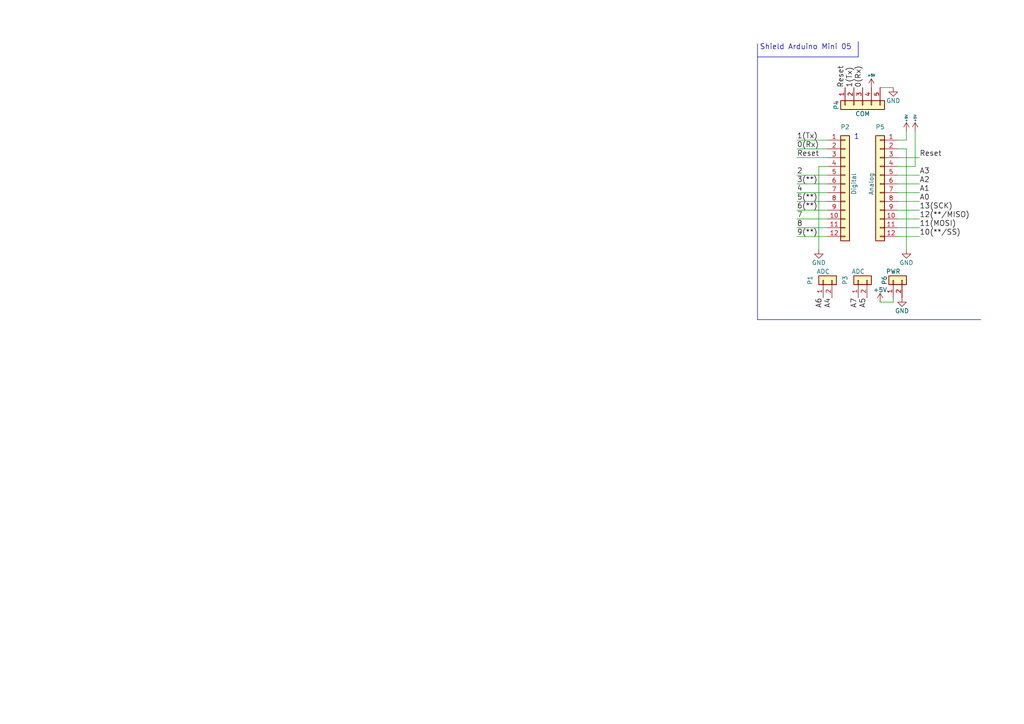
<source format=kicad_sch>
(kicad_sch (version 20230121) (generator eeschema)
  (paper "A4")
  (title_block (date "sam. 04 avril 2015"))
  (lib_symbols
    (symbol "Connector_Generic:Conn_01x02" (pin_names (offset 1.016) hide)
      (property "Reference" "J" (at 0 2.54 0))
      (property "Value" "Conn_01x02" (at 0 -5.08 0))
      (symbol "Conn_01x02_1_1"
        (rectangle (start -1.27 -2.413) (end 0 -2.667) (stroke (width 0.1524)))
        (rectangle (start -1.27 0.127) (end 0 -0.127) (stroke (width 0.1524)))
        (rectangle (start -1.27 1.27) (end 1.27 -3.81) (stroke (width 0.254)) (fill (type background)))
        (pin passive line (at -5.08 0 0) (length 3.81) (name "Pin_1") (number "1"))
        (pin passive line (at -5.08 -2.54 0) (length 3.81) (name "Pin_2") (number "2"))
      )
    )
    (symbol "Connector_Generic:Conn_01x05" (pin_names (offset 1.016) hide)
      (property "Reference" "J" (at 0 7.62 0))
      (property "Value" "Conn_01x05" (at 0 -7.62 0))
      (symbol "Conn_01x05_1_1"
        (rectangle (start -1.27 -4.953) (end 0 -5.207) (stroke (width 0.1524)))
        (rectangle (start -1.27 -2.413) (end 0 -2.667) (stroke (width 0.1524)))
        (rectangle (start -1.27 0.127) (end 0 -0.127) (stroke (width 0.1524)))
        (rectangle (start -1.27 2.667) (end 0 2.413) (stroke (width 0.1524)))
        (rectangle (start -1.27 5.207) (end 0 4.953) (stroke (width 0.1524)))
        (rectangle (start -1.27 6.35) (end 1.27 -6.35) (stroke (width 0.254)) (fill (type background)))
        (pin passive line (at -5.08 5.08 0) (length 3.81) (name "Pin_1") (number "1"))
        (pin passive line (at -5.08 2.54 0) (length 3.81) (name "Pin_2") (number "2"))
        (pin passive line (at -5.08 0 0) (length 3.81) (name "Pin_3") (number "3"))
        (pin passive line (at -5.08 -2.54 0) (length 3.81) (name "Pin_4") (number "4"))
        (pin passive line (at -5.08 -5.08 0) (length 3.81) (name "Pin_5") (number "5"))
      )
    )
    (symbol "Connector_Generic:Conn_01x12" (pin_names (offset 1.016) hide)
      (property "Reference" "J" (at 0 15.24 0))
      (property "Value" "Conn_01x12" (at 0 -17.78 0))
      (symbol "Conn_01x12_1_1"
        (rectangle (start -1.27 -15.113) (end 0 -15.367) (stroke (width 0.1524)))
        (rectangle (start -1.27 -12.573) (end 0 -12.827) (stroke (width 0.1524)))
        (rectangle (start -1.27 -10.033) (end 0 -10.287) (stroke (width 0.1524)))
        (rectangle (start -1.27 -7.493) (end 0 -7.747) (stroke (width 0.1524)))
        (rectangle (start -1.27 -4.953) (end 0 -5.207) (stroke (width 0.1524)))
        (rectangle (start -1.27 -2.413) (end 0 -2.667) (stroke (width 0.1524)))
        (rectangle (start -1.27 0.127) (end 0 -0.127) (stroke (width 0.1524)))
        (rectangle (start -1.27 2.667) (end 0 2.413) (stroke (width 0.1524)))
        (rectangle (start -1.27 5.207) (end 0 4.953) (stroke (width 0.1524)))
        (rectangle (start -1.27 7.747) (end 0 7.493) (stroke (width 0.1524)))
        (rectangle (start -1.27 10.287) (end 0 10.033) (stroke (width 0.1524)))
        (rectangle (start -1.27 12.827) (end 0 12.573) (stroke (width 0.1524)))
        (rectangle (start -1.27 13.97) (end 1.27 -16.51) (stroke (width 0.254)) (fill (type background)))
        (pin passive line (at -5.08 12.7 0) (length 3.81) (name "Pin_1") (number "1"))
        (pin passive line (at -5.08 -10.16 0) (length 3.81) (name "Pin_10") (number "10"))
        (pin passive line (at -5.08 -12.7 0) (length 3.81) (name "Pin_11") (number "11"))
        (pin passive line (at -5.08 -15.24 0) (length 3.81) (name "Pin_12") (number "12"))
        (pin passive line (at -5.08 10.16 0) (length 3.81) (name "Pin_2") (number "2"))
        (pin passive line (at -5.08 7.62 0) (length 3.81) (name "Pin_3") (number "3"))
        (pin passive line (at -5.08 5.08 0) (length 3.81) (name "Pin_4") (number "4"))
        (pin passive line (at -5.08 2.54 0) (length 3.81) (name "Pin_5") (number "5"))
        (pin passive line (at -5.08 0 0) (length 3.81) (name "Pin_6") (number "6"))
        (pin passive line (at -5.08 -2.54 0) (length 3.81) (name "Pin_7") (number "7"))
        (pin passive line (at -5.08 -5.08 0) (length 3.81) (name "Pin_8") (number "8"))
        (pin passive line (at -5.08 -7.62 0) (length 3.81) (name "Pin_9") (number "9"))
      )
    )
    (symbol "power:+5V" (power) (pin_names (offset 0))
      (property "Value" "+5V" (at 0 3.556 0))
      (symbol "+5V_0_1"
        (polyline (pts (xy -0.762 1.27) (xy 0 2.54)))
        (polyline (pts (xy 0 0) (xy 0 2.54)))
        (polyline (pts (xy 0 2.54) (xy 0.762 1.27)))
      )
      (symbol "+5V_1_1"
        (pin power_in line (at 0 0 90) (length 0) hide (name "+5V") (number "1"))
      )
    )
    (symbol "power:+9V" (power) (pin_names (offset 0))
      (property "Value" "+9V" (at 0 3.556 0))
      (symbol "+9V_0_1"
        (polyline (pts (xy -0.762 1.27) (xy 0 2.54)))
        (polyline (pts (xy 0 0) (xy 0 2.54)))
        (polyline (pts (xy 0 2.54) (xy 0.762 1.27)))
      )
      (symbol "+9V_1_1"
        (pin power_in line (at 0 0 90) (length 0) hide (name "+9V") (number "1"))
      )
    )
    (symbol "power:GND" (power) (pin_names (offset 0))
      (property "Value" "GND" (at 0 -3.81 0))
      (symbol "GND_0_1"
        (polyline (pts (xy 0 0) (xy 0 -1.27) (xy 1.27 -1.27) (xy 0 -2.54) (xy -1.27 -1.27) (xy 0 -1.27)))
      )
      (symbol "GND_1_1"
        (pin power_in line (at 0 0 270) (length 0) hide (name "GND") (number "1"))
      )
    )
  )
  (polyline (pts (xy 219.71 92.71) (xy 219.71 12.7)))
  (wire (pts (xy 231.14 60.96) (xy 240.03 60.96)))
  (wire (pts (xy 240.03 68.58) (xy 231.14 68.58)))
  (polyline (pts (xy 248.92 16.51) (xy 248.92 12.065)))
  (wire (pts (xy 231.14 43.18) (xy 240.03 43.18)))
  (wire (pts (xy 266.7 66.04) (xy 260.35 66.04)))
  (wire (pts (xy 260.35 43.18) (xy 262.89 43.18)))
  (wire (pts (xy 240.03 58.42) (xy 231.14 58.42)))
  (wire (pts (xy 260.35 40.64) (xy 262.89 40.64)))
  (wire (pts (xy 265.43 48.26) (xy 265.43 38.1)))
  (wire (pts (xy 262.89 40.64) (xy 262.89 38.1)))
  (wire (pts (xy 240.03 48.26) (xy 237.49 48.26)))
  (wire (pts (xy 231.14 50.8) (xy 240.03 50.8)))
  (wire (pts (xy 266.7 63.5) (xy 260.35 63.5)))
  (polyline (pts (xy 284.48 92.71) (xy 219.71 92.71)))
  (wire (pts (xy 231.14 66.04) (xy 240.03 66.04)))
  (wire (pts (xy 255.27 25.4) (xy 259.08 25.4)))
  (wire (pts (xy 259.08 86.36) (xy 259.08 87.63)))
  (wire (pts (xy 260.35 48.26) (xy 265.43 48.26)))
  (wire (pts (xy 262.89 43.18) (xy 262.89 72.39)))
  (wire (pts (xy 240.03 63.5) (xy 231.14 63.5)))
  (wire (pts (xy 260.35 50.8) (xy 266.7 50.8)))
  (wire (pts (xy 240.03 40.64) (xy 231.14 40.64)))
  (wire (pts (xy 266.7 45.72) (xy 260.35 45.72)))
  (polyline (pts (xy 219.71 16.51) (xy 248.92 16.51)))
  (wire (pts (xy 237.49 48.26) (xy 237.49 72.39)))
  (wire (pts (xy 266.7 55.88) (xy 260.35 55.88)))
  (wire (pts (xy 231.14 55.88) (xy 240.03 55.88)))
  (wire (pts (xy 260.35 60.96) (xy 266.7 60.96)))
  (wire (pts (xy 240.03 53.34) (xy 231.14 53.34)))
  (wire (pts (xy 259.08 87.63) (xy 255.27 87.63)))
  (wire (pts (xy 266.7 58.42) (xy 260.35 58.42)))
  (wire (pts (xy 266.7 53.34) (xy 260.35 53.34)))
  (wire (pts (xy 240.03 45.72) (xy 231.14 45.72)))
  (wire (pts (xy 266.7 68.58) (xy 260.35 68.58)))
  (text "Shield Arduino Mini 05" (at 220.345 14.605 0) (effects (font (size 1.524 1.524)) (justify left bottom)))
  (text "1" (at 247.65 40.64 0) (effects (font (size 1.524 1.524)) (justify left bottom)))
  (label "1(Tx)" (at 247.65 25.4 90) (effects (font (size 1.524 1.524))))
  (label "6(**)" (at 231.14 60.96 0) (effects (font (size 1.524 1.524))))
  (label "A1" (at 266.7 55.88 0) (effects (font (size 1.524 1.524))))
  (label "4" (at 231.14 55.88 0) (effects (font (size 1.524 1.524))))
  (label "A0" (at 266.7 58.42 0) (effects (font (size 1.524 1.524))))
  (label "7" (at 231.14 63.5 0) (effects (font (size 1.524 1.524))))
  (label "A3" (at 266.7 50.8 0) (effects (font (size 1.524 1.524))))
  (label "5(**)" (at 231.14 58.42 0) (effects (font (size 1.524 1.524))))
  (label "A6" (at 238.76 86.36 270) (effects (font (size 1.524 1.524))))
  (label "3(**)" (at 231.14 53.34 0) (effects (font (size 1.524 1.524))))
  (label "13(SCK)" (at 266.7 60.96 0) (effects (font (size 1.524 1.524))))
  (label "1(Tx)" (at 231.14 40.64 0) (effects (font (size 1.524 1.524))))
  (label "0(Rx)" (at 231.14 43.18 0) (effects (font (size 1.524 1.524))))
  (label "A5" (at 251.46 86.36 270) (effects (font (size 1.524 1.524))))
  (label "0(Rx)" (at 250.19 25.4 90) (effects (font (size 1.524 1.524))))
  (label "A2" (at 266.7 53.34 0) (effects (font (size 1.524 1.524))))
  (label "2" (at 231.14 50.8 0) (effects (font (size 1.524 1.524))))
  (label "11(MOSI)" (at 266.7 66.04 0) (effects (font (size 1.524 1.524))))
  (label "9(**)" (at 231.14 68.58 0) (effects (font (size 1.524 1.524))))
  (label "A7" (at 248.92 86.36 270) (effects (font (size 1.524 1.524))))
  (label "Reset" (at 245.11 25.4 90) (effects (font (size 1.524 1.524))))
  (label "Reset" (at 266.7 45.72 0) (effects (font (size 1.524 1.524))))
  (label "Reset" (at 231.14 45.72 0) (effects (font (size 1.524 1.524))))
  (label "10(**/SS)" (at 266.7 68.58 0) (effects (font (size 1.524 1.524))))
  (label "8" (at 231.14 66.04 0) (effects (font (size 1.524 1.524))))
  (label "12(**/MISO)" (at 266.7 63.5 0) (effects (font (size 1.524 1.524))))
  (label "A4" (at 241.3 86.36 270) (effects (font (size 1.524 1.524))))
  (symbol (lib_id "Connector_Generic:Conn_01x02") (at 238.76 81.28 90) (unit 1)
    (property "Reference" "P1" (at 234.95 81.28 0))
    (property "Value" "ADC" (at 238.76 78.74 90))
    (property "Footprint" "Socket_Arduino_Mini:Socket_Strip_Arduino_1x02" (effects hide))
  )
  (symbol (lib_id "Connector_Generic:Conn_01x02") (at 248.92 81.28 90) (unit 1)
    (property "Reference" "P3" (at 245.11 81.28 0))
    (property "Value" "ADC" (at 248.92 78.74 90))
    (property "Footprint" "Socket_Arduino_Mini:Socket_Strip_Arduino_1x02" (effects hide))
  )
  (symbol (lib_id "Connector_Generic:Conn_01x02") (at 259.08 81.28 90) (unit 1)
    (property "Reference" "P6" (at 256.54 81.28 0))
    (property "Value" "PWR" (at 259.08 78.74 90))
    (property "Footprint" "Socket_Arduino_Mini:Socket_Strip_Arduino_1x02" (effects hide))
  )
  (symbol (lib_id "power:GND") (at 261.62 86.36 0) (unit 1)
    (property "Reference" "#PWR01" (effects hide))
    (property "Value" "GND" (at 261.62 90.17 0))
  )
  (symbol (lib_id "power:+5V") (at 255.27 87.63 0) (unit 1)
    (property "Reference" "#PWR02" (effects hide))
    (property "Value" "+5V" (at 255.27 84.074 0))
  )
  (symbol (lib_id "power:GND") (at 262.89 72.39 0) (unit 1)
    (property "Reference" "#PWR03" (effects hide))
    (property "Value" "GND" (at 262.89 76.2 0))
  )
  (symbol (lib_id "Connector_Generic:Conn_01x12") (at 245.11 53.34 0) (unit 1)
    (property "Reference" "P2" (at 245.11 36.83 0))
    (property "Value" "Digital" (at 247.65 53.34 90))
    (property "Footprint" "Socket_Arduino_Mini:Socket_Strip_Arduino_1x12" (effects hide))
  )
  (symbol (lib_id "Connector_Generic:Conn_01x12") (at 255.27 53.34 0) (mirror y) (unit 1)
    (property "Reference" "P5" (at 255.27 36.83 0))
    (property "Value" "Analog" (at 252.73 53.34 90))
    (property "Footprint" "Socket_Arduino_Mini:Socket_Strip_Arduino_1x12" (effects hide))
  )
  (symbol (lib_id "power:GND") (at 237.49 72.39 0) (unit 1)
    (property "Reference" "#PWR04" (effects hide))
    (property "Value" "GND" (at 237.49 76.2 0))
  )
  (symbol (lib_id "power:+9V") (at 262.89 38.1 0) (unit 1)
    (property "Reference" "#PWR05" (effects hide))
    (property "Value" "+9V" (at 262.89 34.29 90) (effects (font (size 0.7112 0.7112))))
  )
  (symbol (lib_id "power:+5V") (at 265.43 38.1 0) (unit 1)
    (property "Reference" "#PWR06" (effects hide))
    (property "Value" "+5V" (at 265.43 34.29 90) (effects (font (size 0.7112 0.7112))))
  )
  (symbol (lib_id "Connector_Generic:Conn_01x05") (at 250.19 30.48 90) (mirror x) (unit 1)
    (property "Reference" "P4" (at 242.57 30.48 0))
    (property "Value" "COM" (at 250.19 33.02 90))
    (property "Footprint" "Socket_Arduino_Mini:Socket_Strip_Arduino_1x05" (effects hide))
  )
  (symbol (lib_id "power:+5V") (at 252.73 25.4 0) (unit 1)
    (property "Reference" "#PWR07" (effects hide))
    (property "Value" "+5V" (at 252.73 21.844 0) (effects (font (size 0.7112 0.7112))))
  )
  (symbol (lib_id "power:GND") (at 259.08 25.4 0) (unit 1)
    (property "Reference" "#PWR08" (effects hide))
    (property "Value" "GND" (at 259.08 29.21 0))
  )
)
</source>
